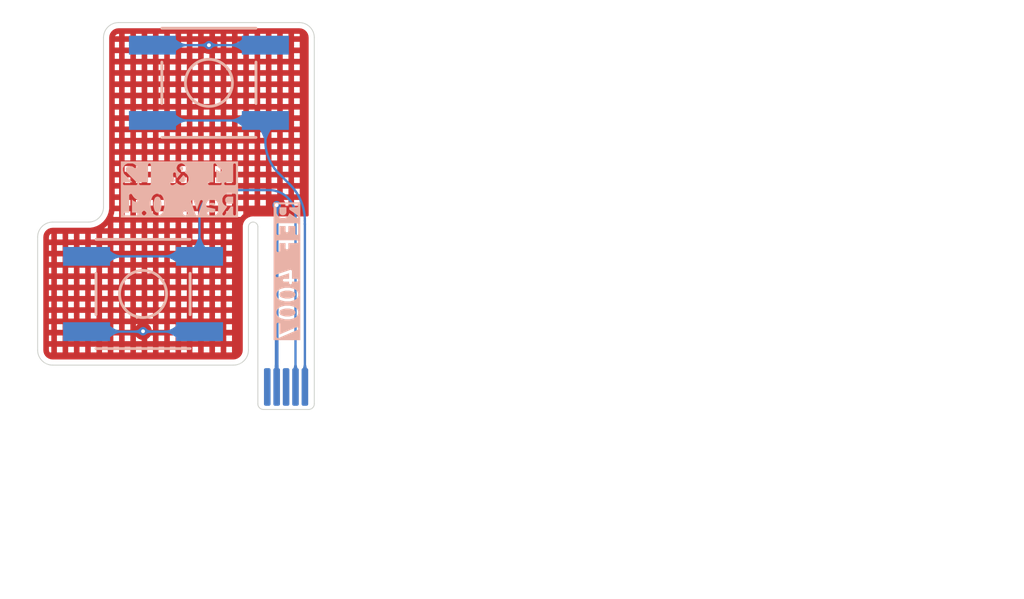
<source format=kicad_pcb>
(kicad_pcb (version 20221018) (generator pcbnew)
  (layers (0 "F.Cu" signal) (31 "B.Cu" signal) (34 "B.Paste" user) (35 "F.Paste" user) (36 "B.SilkS" user "B.Silkscreen") (37 "F.SilkS" user "F.Silkscreen") (38 "B.Mask" user) (39 "F.Mask" user) (44 "Edge.Cuts" user))
  (net 0 "")
  (net 1 "/L1")
  (net 2 "/L2")
  (net 3 "GND")
  (net 4 "3V3_SBY")
  (footprint "PS2:SW_KSC222J_LFS" (layer "B.Cu") (at 97.1 134.4 180)
    (fp_text reference "SW102" hide)
    (fp_text value "SW")
    (fp_line (start -2.5 -2.9) (end 2.5 -2.9) (stroke (width 0.15)) (layer "B.SilkS"))
    (fp_line (start -2.5 -1.1) (end -2.5 1.1) (stroke (width 0.15)) (layer "B.SilkS"))
    (fp_line (start -2.5 2.9) (end 2.5 2.9) (stroke (width 0.15)) (layer "B.SilkS"))
    (fp_line (start 2.5 -1.1) (end 2.5 1.1) (stroke (width 0.15)) (layer "B.SilkS"))
    (fp_circle (center 0 0) (end 1.25 0) (stroke (width 0.15)) (fill none) (layer "B.SilkS"))
    (pad "1" smd rect (at -3 2 180) (size 2.5 1) (layers "B.Cu" "B.Paste" "B.Mask") (net 3 "GND"))
    (pad "1" smd rect (at 3 2 180) (size 2.5 1) (layers "B.Cu" "B.Paste" "B.Mask") (net 3 "GND"))
    (pad "2" smd rect (at -3 -2 180) (size 2.5 1) (layers "B.Cu" "B.Paste" "B.Mask") (net 2 "/L2"))
    (pad "2" smd rect (at 3 -2 180) (size 2.5 1) (layers "B.Cu" "B.Paste" "B.Mask") (net 2 "/L2"))
  )
  (footprint "PS2:5034800540_FFC" (layer "B.Cu") (at 101.2 151.76)
    (fp_text reference "J101" hide)
    (fp_text value "Conn_01x05")
    (pad "1" smd roundrect (at -1 -1.2) (size 0.35 2) (layers "B.Cu" "B.Mask") (net 4 "3V3_SBY"))
    (pad "2" smd roundrect (at -0.5 -1.2) (size 0.35 2) (layers "B.Cu" "B.Mask") (net 3 "GND"))
    (pad "3" smd roundrect (at 0 -1.2) (size 0.35 2) (layers "B.Cu" "B.Mask"))
    (pad "4" smd roundrect (at 0.5 -1.2) (size 0.35 2) (layers "B.Cu" "B.Mask") (net 1 "/L1"))
    (pad "5" smd roundrect (at 1 -1.2) (size 0.35 2) (layers "B.Cu" "B.Mask") (net 2 "/L2"))
  )
  (footprint "PS2:SW_KSC222J_LFS" (layer "B.Cu") (at 93.6 145.62)
    (fp_text reference "SW101" hide)
    (fp_text value "SW")
    (fp_line (start -2.5 -2.9) (end 2.5 -2.9) (stroke (width 0.15)) (layer "B.SilkS"))
    (fp_line (start -2.5 -1.1) (end -2.5 1.1) (stroke (width 0.15)) (layer "B.SilkS"))
    (fp_line (start -2.5 2.9) (end 2.5 2.9) (stroke (width 0.15)) (layer "B.SilkS"))
    (fp_line (start 2.5 -1.1) (end 2.5 1.1) (stroke (width 0.15)) (layer "B.SilkS"))
    (fp_circle (center 0 0) (end 1.25 0) (stroke (width 0.15)) (fill none) (layer "B.SilkS"))
    (pad "1" smd rect (at -3 2) (size 2.5 1) (layers "B.Cu" "B.Paste" "B.Mask") (net 3 "GND"))
    (pad "1" smd rect (at 3 2) (size 2.5 1) (layers "B.Cu" "B.Paste" "B.Mask") (net 3 "GND"))
    (pad "2" smd rect (at -3 -2) (size 2.5 1) (layers "B.Cu" "B.Paste" "B.Mask") (net 1 "/L1"))
    (pad "2" smd rect (at 3 -2) (size 2.5 1) (layers "B.Cu" "B.Paste" "B.Mask") (net 1 "/L1"))
  )
  (gr_line (start 91.5 132) (end 91.5 141) (stroke (width 0.05)) (layer "Edge.Cuts"))
  (gr_arc (start 91.5 141) (mid 91.265683 141.565673) (end 90.7 141.8) (stroke (width 0.05)) (layer "Edge.Cuts"))
  (gr_line (start 101.9 131.2) (end 92.3 131.2) (stroke (width 0.05)) (layer "Edge.Cuts"))
  (gr_line (start 99.7 151.455199) (end 99.7 142.05) (stroke (width 0.05)) (layer "Edge.Cuts"))
  (gr_arc (start 91.5 132) (mid 91.734313 131.434303) (end 92.3 131.2) (stroke (width 0.05)) (layer "Edge.Cuts"))
  (gr_arc (start 88.8 149.4) (mid 88.234337 149.165673) (end 88 148.6) (stroke (width 0.05)) (layer "Edge.Cuts"))
  (gr_arc (start 101.9 131.2) (mid 102.465707 131.434303) (end 102.7 132) (stroke (width 0.05)) (layer "Edge.Cuts"))
  (gr_arc (start 100 151.755199) (mid 99.78789 151.667319) (end 99.7 151.455199) (stroke (width 0.05)) (layer "Edge.Cuts"))
  (gr_line (start 102.7 151.455199) (end 102.7 132) (stroke (width 0.05)) (layer "Edge.Cuts"))
  (gr_arc (start 88 142.6) (mid 88.234313 142.034303) (end 88.8 141.8) (stroke (width 0.05)) (layer "Edge.Cuts"))
  (gr_arc (start 99.2 142.05) (mid 99.45 141.8) (end 99.7 142.05) (stroke (width 0.05)) (layer "Edge.Cuts"))
  (gr_line (start 100 151.755199) (end 102.4 151.755199) (stroke (width 0.05)) (layer "Edge.Cuts"))
  (gr_arc (start 102.7 151.455199) (mid 102.61213 151.66732) (end 102.4 151.755199) (stroke (width 0.05)) (layer "Edge.Cuts"))
  (gr_line (start 90.7 141.8) (end 88.8 141.8) (stroke (width 0.05)) (layer "Edge.Cuts"))
  (gr_line (start 99.2 148.6) (end 99.2 142.05) (stroke (width 0.05)) (layer "Edge.Cuts"))
  (gr_line (start 88.8 149.4) (end 98.4 149.4) (stroke (width 0.05)) (layer "Edge.Cuts"))
  (gr_line (start 88 142.6) (end 88 148.6) (stroke (width 0.05)) (layer "Edge.Cuts"))
  (gr_arc (start 99.2 148.6) (mid 98.965683 149.165673) (end 98.4 149.4) (stroke (width 0.05)) (layer "Edge.Cuts"))
  (gr_text "REF 4007" (at 101.9 140.6 90) (layer "B.SilkS" knockout) (effects (font (size 1 1)) (justify left bottom mirror)))
  (gr_text "L1 & L2\nRev. 0.1" (at 98.8 141.5) (layer "B.SilkS" knockout) (effects (font (size 1 1)) (justify left bottom mirror)))
  (gr_text "" (at 88 160.025195) (layer "Edge.Cuts") (effects (font (size 4.83362 3.04518) (thickness 0.604202)) (justify left top)))
  (gr_text "" (at 88 160.025195) (layer "Edge.Cuts") (effects (font (size 4.83362 3.04518) (thickness 0.604202)) (justify left top)))
  (segment (start 101.7 150.66) (end 101.7 141.5) (width 0.125) (layer "B.Cu") (net 1))
  (segment (start 100.3 140.1) (end 98 140.1) (width 0.125) (layer "B.Cu") (net 1))
  (segment (start 96.6 143.62) (end 90.6 143.62) (width 0.125) (layer "B.Cu") (net 1))
  (segment (start 96.6 141.5) (end 96.6 143.62) (width 0.125) (layer "B.Cu") (net 1))
  (arc (start 98 140.1) (mid 97.010051 140.510051) (end 96.6 141.5) (width 0.125) (layer "B.Cu") (net 1))
  (arc (start 101.7 141.5) (mid 101.289949 140.510051) (end 100.3 140.1) (width 0.125) (layer "B.Cu") (net 1))
  (segment (start 100.1 137.5) (end 100.1 136.4) (width 0.125) (layer "B.Cu") (net 2))
  (segment (start 100.1 136.4) (end 94.1 136.4) (width 0.125) (layer "B.Cu") (net 2))
  (segment (start 102.2 150.66) (end 102.2 141.901692) (width 0.125) (layer "B.Cu") (net 2))
  (segment (start 102.198308 141.9) (end 102.198308 141.727286) (width 0.125) (layer "B.Cu") (net 2))
  (segment (start 102.2 141.901692) (end 102.198308 141.9) (width 0.125) (layer "B.Cu") (net 2))
  (segment (start 101.4 139.8) (end 100.807107 139.207107) (width 0.125) (layer "B.Cu") (net 2))
  (arc (start 102.198308 141.727286) (mid 101.990835 140.684246) (end 101.4 139.8) (width 0.125) (layer "B.Cu") (net 2))
  (arc (start 100.807107 139.207107) (mid 100.283772 138.42388) (end 100.1 137.5) (width 0.125) (layer "B.Cu") (net 2))
  (via (at 100.7 140.9) (size 0.45) (drill 0.2) (layers "F.Cu" "B.Cu") (net 3))
  (via (at 93.6 147.6) (size 0.45) (drill 0.2) (layers "F.Cu" "B.Cu") (net 3))
  (via (at 97.1 132.4) (size 0.45) (drill 0.2) (layers "F.Cu" "B.Cu") (net 3))
  (segment (start 93.62 147.62) (end 96.6 147.62) (width 0.125) (layer "B.Cu") (net 3))
  (segment (start 93.6 147.6) (end 93.62 147.62) (width 0.125) (layer "B.Cu") (net 3))
  (segment (start 90.6 147.62) (end 93.58 147.62) (width 0.125) (layer "B.Cu") (net 3))
  (segment (start 97.1 132.4) (end 100.1 132.4) (width 0.125) (layer "B.Cu") (net 3))
  (segment (start 100.7 150.66) (end 100.7 140.9) (width 0.2) (layer "B.Cu") (net 3))
  (segment (start 93.58 147.62) (end 93.6 147.6) (width 0.125) (layer "B.Cu") (net 3))
  (segment (start 94.1 132.4) (end 97.1 132.4) (width 0.125) (layer "B.Cu") (net 3))
  (zone (net 3) (net_name "GND") (layer "F.Cu") (connect_pads yes (clearance 0.125)) (min_thickness 0.125) (fill yes (mode hatch) (thermal_gap 0.5) (thermal_bridge_width 0.5) (hatch_thickness 0.3) (hatch_gap 0.3) (hatch_orientation 0) (hatch_border_algorithm hatch_thickness) (hatch_min_hole_area 0.3))
    (polygon (pts (xy 86 130) (xy 86 149.5) (xy 99.5 149.5) (xy 99.5 141.5) (xy 105 141.5) (xy 105 130)))
  )
)
</source>
